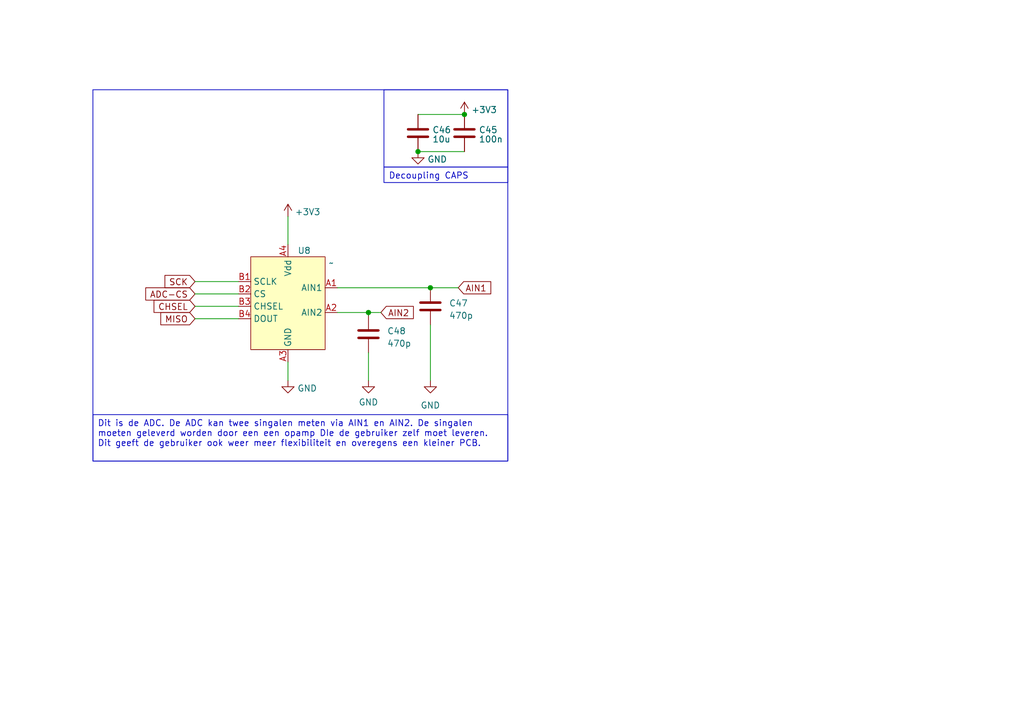
<source format=kicad_sch>
(kicad_sch (version 20230121) (generator eeschema)
  (paper "A5")
  (lib_symbols
    (symbol "Device:C" (pin_numbers hide) (pin_names (offset 0.254))
      (property "Reference" "C" (at 0.635 2.54 0))
      (property "Value" "C" (at 0.635 -2.54 0))
      (symbol "C_0_1"
        (polyline (pts (xy -2.032 -0.762) (xy 2.032 -0.762)) (stroke (width 0.508)))
        (polyline (pts (xy -2.032 0.762) (xy 2.032 0.762)) (stroke (width 0.508)))
      )
      (symbol "C_1_1"
        (pin passive line (at 0 3.81 270) (length 2.794) (name "~") (number "1"))
        (pin passive line (at 0 -3.81 90) (length 2.794) (name "~") (number "2"))
      )
    )
    (symbol "UFO_PARTS:MAX19777AZA+T"
      (property "Reference" "U" (at 0 2.54 0))
      (symbol "MAX19777AZA+T_0_0"
        (pin input line (at 1.27 -5.08 180) (length 2.54) (name "AIN1") (number "A1"))
        (pin input line (at 1.27 -10.16 180) (length 2.54) (name "AIN2") (number "A2"))
        (pin passive line (at -8.89 -20.32 90) (length 2.54) (name "GND") (number "A3"))
        (pin power_in line (at -8.89 3.81 270) (length 2.54) (name "Vdd") (number "A4"))
        (pin input line (at -19.05 -3.81 0) (length 2.54) (name "SCLK") (number "B1"))
        (pin input line (at -19.05 -6.35 0) (length 2.54) (name "CS") (number "B2"))
        (pin input line (at -19.05 -8.89 0) (length 2.54) (name "CHSEL") (number "B3"))
        (pin output line (at -19.05 -11.43 0) (length 2.54) (name "DOUT") (number "B4"))
      )
      (symbol "MAX19777AZA+T_1_1"
        (rectangle (start -16.51 1.27) (end -1.27 -17.78) (fill (type background)))
      )
    )
    (symbol "power:+3V3" (power) (pin_names (offset 0))
      (property "Value" "+3V3" (at 0 3.556 0))
      (symbol "+3V3_0_1"
        (polyline (pts (xy -0.762 1.27) (xy 0 2.54)))
        (polyline (pts (xy 0 0) (xy 0 2.54)))
        (polyline (pts (xy 0 2.54) (xy 0.762 1.27)))
      )
      (symbol "+3V3_1_1"
        (pin power_in line (at 0 0 90) (length 0) hide (name "+3V3") (number "1"))
      )
    )
    (symbol "power:GND" (power) (pin_names (offset 0))
      (property "Value" "GND" (at 0 -3.81 0))
      (symbol "GND_0_1"
        (polyline (pts (xy 0 0) (xy 0 -1.27) (xy 1.27 -1.27) (xy 0 -2.54) (xy -1.27 -1.27) (xy 0 -1.27)))
      )
      (symbol "GND_1_1"
        (pin power_in line (at 0 0 270) (length 0) hide (name "GND") (number "1"))
      )
    )
  )
  (junction (at 85.725 31.115))
  (junction (at 75.565 64.135))
  (junction (at 88.265 59.055))
  (junction (at 95.25 23.495))
  (wire (pts (xy 75.565 64.135) (xy 78.105 64.135)))
  (wire (pts (xy 40.005 62.865) (xy 48.895 62.865)))
  (wire (pts (xy 85.725 23.495) (xy 95.25 23.495)))
  (wire (pts (xy 59.055 44.45) (xy 59.055 50.165)))
  (wire (pts (xy 69.215 64.135) (xy 75.565 64.135)))
  (wire (pts (xy 40.005 57.785) (xy 48.895 57.785)))
  (wire (pts (xy 69.215 59.055) (xy 88.265 59.055)))
  (wire (pts (xy 40.005 65.405) (xy 48.895 65.405)))
  (wire (pts (xy 75.565 64.135) (xy 75.565 64.77)))
  (wire (pts (xy 59.055 74.295) (xy 59.055 78.105)))
  (wire (pts (xy 88.265 59.055) (xy 93.98 59.055)))
  (wire (pts (xy 88.265 66.675) (xy 88.265 78.105)))
  (wire (pts (xy 85.725 31.115) (xy 95.25 31.115)))
  (wire (pts (xy 75.565 72.39) (xy 75.565 78.105)))
  (wire (pts (xy 40.005 60.325) (xy 48.895 60.325)))
  (rectangle (start 78.74 18.415) (end 104.14 34.29))
  (rectangle (start 19.05 18.415) (end 104.14 94.615))
  (text_box "Decoupling CAPS" (at 78.74 34.29 0) (size 25.4 3.175) (effects (font (size 1.27 1.27)) (justify left top)))
  (text_box "Dit is de ADC. De ADC kan twee singalen meten via AIN1 en AIN2. De singalen moeten geleverd worden door een een opamp DIe de gebruiker zelf moet leveren. Dit geeft de gebruiker ook weer meer flexibiliteit en overegens een kleiner PCB." (at 19.05 85.09 0) (size 85.09 9.525) (effects (font (size 1.27 1.27)) (justify left top)))
  (global_label "MISO" (shape input) (at 40.005 65.405 180) (property "Intersheetrefs" "${INTERSHEET_REFS}" (effects hide)))
  (global_label "AIN1" (shape input) (at 93.98 59.055 0) (property "Intersheetrefs" "${INTERSHEET_REFS}" (effects hide)))
  (global_label "ADC-CS" (shape input) (at 40.005 60.325 180) (property "Intersheetrefs" "${INTERSHEET_REFS}" (effects hide)))
  (global_label "CHSEL" (shape input) (at 40.005 62.865 180) (property "Intersheetrefs" "${INTERSHEET_REFS}" (effects hide)))
  (global_label "SCK" (shape input) (at 40.005 57.785 180) (property "Intersheetrefs" "${INTERSHEET_REFS}" (effects hide)))
  (global_label "AIN2" (shape input) (at 78.105 64.135 0) (property "Intersheetrefs" "${INTERSHEET_REFS}" (effects hide)))
  (symbol (lib_id "Device:C") (at 95.25 27.305 180) (unit 1)
    (property "Reference" "C45" (at 98.171 26.6613 0) (effects (justify right)))
    (property "Value" "100n" (at 98.171 28.5823 0) (effects (justify right)))
  )
  (symbol (lib_id "Device:C") (at 75.565 68.58 0) (unit 1)
    (property "Reference" "C48" (at 79.375 67.945 0) (effects (justify left)))
    (property "Value" "470p" (at 79.375 70.485 0) (effects (justify left)))
  )
  (symbol (lib_id "Device:C") (at 85.725 27.305 180) (unit 1)
    (property "Reference" "C46" (at 88.646 26.6613 0) (effects (justify right)))
    (property "Value" "10u" (at 88.646 28.5823 0) (effects (justify right)))
  )
  (symbol (lib_id "UFO_PARTS:MAX19777AZA+T") (at 67.945 53.975 0) (unit 1)
    (property "Reference" "U8" (at 61.0109 51.435 0) (effects (justify left)))
    (property "Value" "~" (at 67.945 53.975 0))
  )
  (symbol (lib_id "power:+3V3") (at 95.25 23.495 0) (unit 1)
    (property "Reference" "#PWR054" (effects hide))
    (property "Value" "+3V3" (at 96.647 22.5418 0) (effects (justify left)))
  )
  (symbol (lib_id "power:GND") (at 88.265 78.105 0) (unit 1)
    (property "Reference" "#PWR052" (effects hide))
    (property "Value" "GND" (at 88.265 83.185 0))
  )
  (symbol (lib_id "power:GND") (at 85.725 31.115 0) (unit 1)
    (property "Reference" "#PWR049" (effects hide))
    (property "Value" "GND" (at 87.63 32.7018 0) (effects (justify left)))
  )
  (symbol (lib_id "power:+3V3") (at 59.055 44.45 0) (unit 1)
    (property "Reference" "#PWR050" (effects hide))
    (property "Value" "+3V3" (at 60.452 43.4968 0) (effects (justify left)))
  )
  (symbol (lib_id "Device:C") (at 88.265 62.865 0) (unit 1)
    (property "Reference" "C47" (at 92.075 62.23 0) (effects (justify left)))
    (property "Value" "470p" (at 92.075 64.77 0) (effects (justify left)))
  )
  (symbol (lib_id "power:GND") (at 75.565 78.105 0) (unit 1)
    (property "Reference" "#PWR051" (effects hide))
    (property "Value" "GND" (at 75.565 82.55 0))
  )
  (symbol (lib_id "power:GND") (at 59.055 78.105 0) (unit 1)
    (property "Reference" "#PWR053" (effects hide))
    (property "Value" "GND" (at 60.96 79.6918 0) (effects (justify left)))
  )
)
</source>
